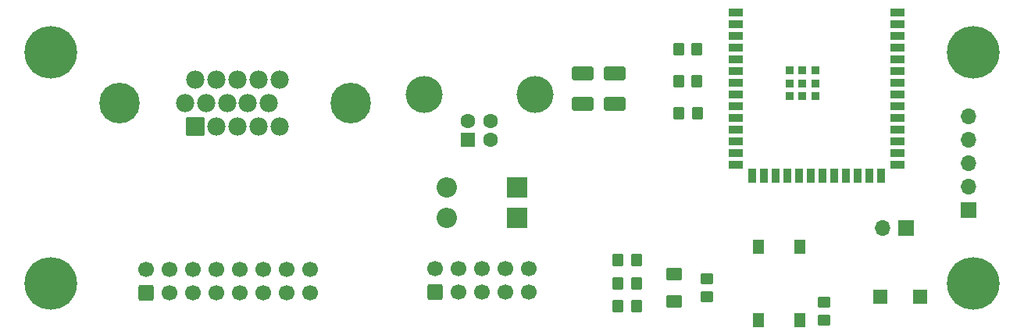
<source format=gbr>
%TF.GenerationSoftware,KiCad,Pcbnew,8.0.1*%
%TF.CreationDate,2024-03-28T11:36:42+01:00*%
%TF.ProjectId,pc1715-esp32vga,70633137-3135-42d6-9573-703332766761,rev?*%
%TF.SameCoordinates,Original*%
%TF.FileFunction,Soldermask,Top*%
%TF.FilePolarity,Negative*%
%FSLAX46Y46*%
G04 Gerber Fmt 4.6, Leading zero omitted, Abs format (unit mm)*
G04 Created by KiCad (PCBNEW 8.0.1) date 2024-03-28 11:36:42*
%MOMM*%
%LPD*%
G01*
G04 APERTURE LIST*
G04 Aperture macros list*
%AMRoundRect*
0 Rectangle with rounded corners*
0 $1 Rounding radius*
0 $2 $3 $4 $5 $6 $7 $8 $9 X,Y pos of 4 corners*
0 Add a 4 corners polygon primitive as box body*
4,1,4,$2,$3,$4,$5,$6,$7,$8,$9,$2,$3,0*
0 Add four circle primitives for the rounded corners*
1,1,$1+$1,$2,$3*
1,1,$1+$1,$4,$5*
1,1,$1+$1,$6,$7*
1,1,$1+$1,$8,$9*
0 Add four rect primitives between the rounded corners*
20,1,$1+$1,$2,$3,$4,$5,0*
20,1,$1+$1,$4,$5,$6,$7,0*
20,1,$1+$1,$6,$7,$8,$9,0*
20,1,$1+$1,$8,$9,$2,$3,0*%
G04 Aperture macros list end*
%ADD10RoundRect,0.250001X-0.624999X0.462499X-0.624999X-0.462499X0.624999X-0.462499X0.624999X0.462499X0*%
%ADD11RoundRect,0.250001X0.924999X-0.499999X0.924999X0.499999X-0.924999X0.499999X-0.924999X-0.499999X0*%
%ADD12R,1.300000X1.550000*%
%ADD13R,1.500000X1.500000*%
%ADD14RoundRect,0.250000X-0.450000X0.350000X-0.450000X-0.350000X0.450000X-0.350000X0.450000X0.350000X0*%
%ADD15RoundRect,0.250000X0.350000X0.450000X-0.350000X0.450000X-0.350000X-0.450000X0.350000X-0.450000X0*%
%ADD16R,2.200000X2.200000*%
%ADD17O,2.200000X2.200000*%
%ADD18C,5.700000*%
%ADD19RoundRect,0.250000X0.600000X-0.600000X0.600000X0.600000X-0.600000X0.600000X-0.600000X-0.600000X0*%
%ADD20C,1.700000*%
%ADD21RoundRect,0.250000X0.450000X-0.350000X0.450000X0.350000X-0.450000X0.350000X-0.450000X-0.350000X0*%
%ADD22R,1.600000X1.600000*%
%ADD23C,1.600000*%
%ADD24C,4.000000*%
%ADD25R,1.500000X0.900000*%
%ADD26R,0.900000X1.500000*%
%ADD27R,0.900000X0.900000*%
%ADD28RoundRect,0.102000X0.892500X0.892500X-0.892500X0.892500X-0.892500X-0.892500X0.892500X-0.892500X0*%
%ADD29C,1.989000*%
%ADD30C,4.400000*%
%ADD31R,1.700000X1.700000*%
%ADD32O,1.700000X1.700000*%
G04 APERTURE END LIST*
D10*
%TO.C,D1003*%
X177546000Y-79030500D03*
X177546000Y-82005500D03*
%TD*%
D11*
%TO.C,C1002*%
X167665000Y-60528000D03*
X167665000Y-57278000D03*
%TD*%
D12*
%TO.C,SW1001*%
X186726000Y-83985000D03*
X186726000Y-76035000D03*
X191226000Y-83985000D03*
X191226000Y-76035000D03*
%TD*%
D13*
%TO.C,TP1002*%
X204241400Y-81508600D03*
%TD*%
D14*
%TO.C,R1010*%
X193802000Y-82058000D03*
X193802000Y-84058000D03*
%TD*%
D15*
%TO.C,R1008*%
X180120000Y-61610000D03*
X178120000Y-61610000D03*
%TD*%
D16*
%TO.C,D1002*%
X160528000Y-69596000D03*
D17*
X152908000Y-69596000D03*
%TD*%
D18*
%TO.C,H1003*%
X210000000Y-55000000D03*
%TD*%
D19*
%TO.C,J1001*%
X151672500Y-81000000D03*
D20*
X151672500Y-78460000D03*
X154212500Y-81000000D03*
X154212500Y-78460000D03*
X156752500Y-81000000D03*
X156752500Y-78460000D03*
X159292500Y-81000000D03*
X159292500Y-78460000D03*
X161832500Y-81000000D03*
X161832500Y-78460000D03*
%TD*%
D15*
%TO.C,R1011*%
X173500000Y-77500000D03*
X171500000Y-77500000D03*
%TD*%
D18*
%TO.C,H1001*%
X110000000Y-55000000D03*
%TD*%
D21*
%TO.C,R1001*%
X181102000Y-81495500D03*
X181102000Y-79495500D03*
%TD*%
D22*
%TO.C,J1003*%
X155214000Y-64445500D03*
D23*
X157714000Y-64445500D03*
X157714000Y-62445500D03*
X155214000Y-62445500D03*
D24*
X150464000Y-59585500D03*
X162464000Y-59585500D03*
%TD*%
D18*
%TO.C,H1002*%
X110000000Y-80000000D03*
%TD*%
D25*
%TO.C,U1001*%
X184250000Y-50624000D03*
X184250000Y-51894000D03*
X184250000Y-53164000D03*
X184250000Y-54434000D03*
X184250000Y-55704000D03*
X184250000Y-56974000D03*
X184250000Y-58244000D03*
X184250000Y-59514000D03*
X184250000Y-60784000D03*
X184250000Y-62054000D03*
X184250000Y-63324000D03*
X184250000Y-64594000D03*
X184250000Y-65864000D03*
X184250000Y-67134000D03*
D26*
X186015000Y-68384000D03*
X187285000Y-68384000D03*
X188555000Y-68384000D03*
X189825000Y-68384000D03*
X191095000Y-68384000D03*
X192365000Y-68384000D03*
X193635000Y-68384000D03*
X194905000Y-68384000D03*
X196175000Y-68384000D03*
X197445000Y-68384000D03*
X198715000Y-68384000D03*
X199985000Y-68384000D03*
D25*
X201750000Y-67134000D03*
X201750000Y-65864000D03*
X201750000Y-64594000D03*
X201750000Y-63324000D03*
X201750000Y-62054000D03*
X201750000Y-60784000D03*
X201750000Y-59514000D03*
X201750000Y-58244000D03*
X201750000Y-56974000D03*
X201750000Y-55704000D03*
X201750000Y-54434000D03*
X201750000Y-53164000D03*
X201750000Y-51894000D03*
X201750000Y-50624000D03*
D27*
X190100000Y-56944000D03*
X190100000Y-58344000D03*
X190100000Y-59744000D03*
X190100000Y-59744000D03*
X191500000Y-56944000D03*
X191500000Y-56944000D03*
X191500000Y-58344000D03*
X191500000Y-59744000D03*
X192900000Y-56944000D03*
X192900000Y-58344000D03*
X192900000Y-59744000D03*
%TD*%
D15*
%TO.C,R1006*%
X180070000Y-58110000D03*
X178070000Y-58110000D03*
%TD*%
D18*
%TO.C,H1004*%
X210000000Y-80000000D03*
%TD*%
D19*
%TO.C,J1005*%
X120380000Y-81040000D03*
D20*
X120380000Y-78500000D03*
X122920000Y-81040000D03*
X122920000Y-78500000D03*
X125460000Y-81040000D03*
X125460000Y-78500000D03*
X128000000Y-81040000D03*
X128000000Y-78500000D03*
X130540000Y-81040000D03*
X130540000Y-78500000D03*
X133080000Y-81040000D03*
X133080000Y-78500000D03*
X135620000Y-81040000D03*
X135620000Y-78500000D03*
X138160000Y-81040000D03*
X138160000Y-78500000D03*
%TD*%
D15*
%TO.C,R1004*%
X180070000Y-54610000D03*
X178070000Y-54610000D03*
%TD*%
%TO.C,R1003*%
X173500000Y-80000000D03*
X171500000Y-80000000D03*
%TD*%
%TO.C,R1002*%
X173500000Y-82500000D03*
X171500000Y-82500000D03*
%TD*%
D28*
%TO.C,J1002*%
X125685000Y-63040000D03*
D29*
X127965000Y-63040000D03*
X130245000Y-63040000D03*
X132525000Y-63040000D03*
X134805000Y-63040000D03*
X124545000Y-60500000D03*
X126825000Y-60500000D03*
X129105000Y-60500000D03*
X131385000Y-60500000D03*
X133665000Y-60500000D03*
X125685000Y-57960000D03*
X127965000Y-57960000D03*
X130245000Y-57960000D03*
X132525000Y-57960000D03*
X134805000Y-57960000D03*
D30*
X142500000Y-60500000D03*
X117500000Y-60500000D03*
%TD*%
D16*
%TO.C,D1001*%
X160528000Y-72898000D03*
D17*
X152908000Y-72898000D03*
%TD*%
D11*
%TO.C,C1001*%
X171171000Y-60528000D03*
X171171000Y-57278000D03*
%TD*%
D31*
%TO.C,J1004*%
X209500000Y-72075000D03*
D32*
X209500000Y-69535000D03*
X209500000Y-66995000D03*
X209500000Y-64455000D03*
X209500000Y-61915000D03*
%TD*%
D31*
%TO.C,JP1001*%
X202750000Y-74025000D03*
D32*
X200210000Y-74025000D03*
%TD*%
D13*
%TO.C,TP1001*%
X199898000Y-81500000D03*
%TD*%
M02*

</source>
